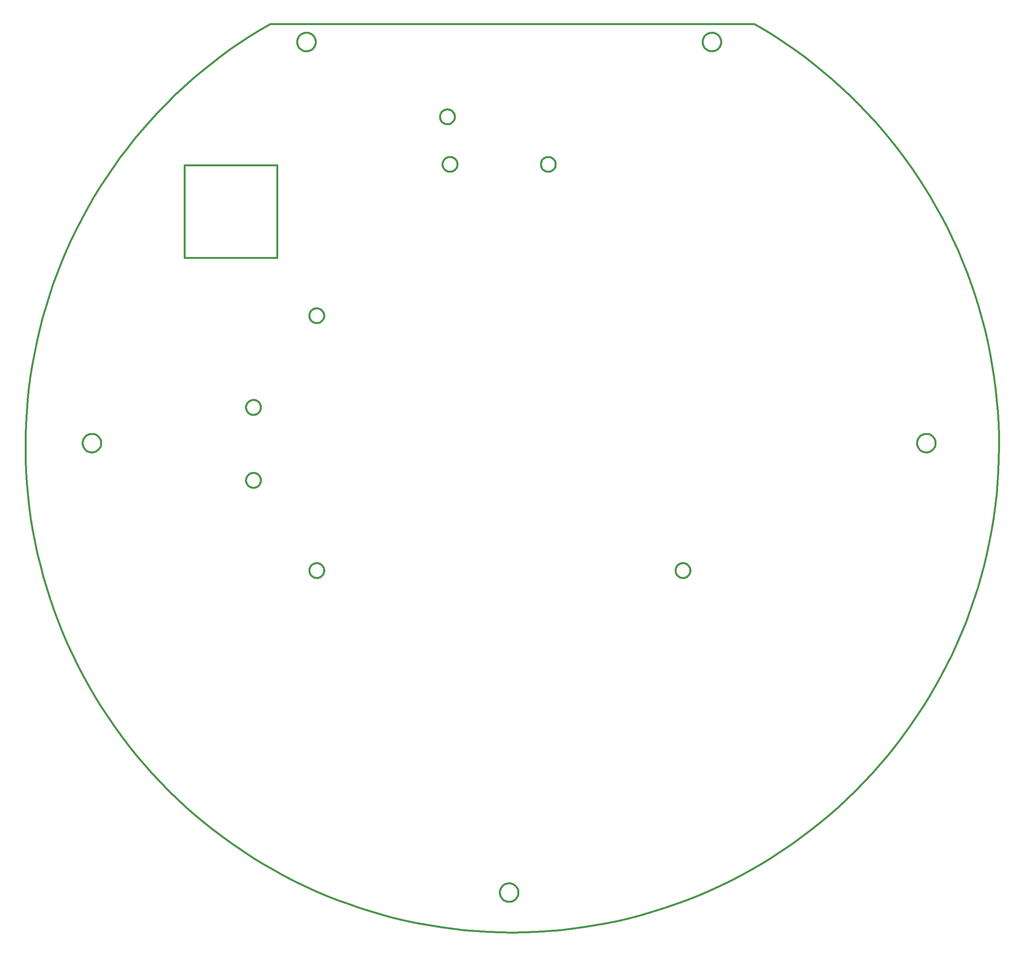
<source format=gtp>
G75*
%MOIN*%
%OFA0B0*%
%FSLAX24Y24*%
%IPPOS*%
%LPD*%
%AMOC8*
5,1,8,0,0,1.08239X$1,22.5*
%
%ADD10C,0.0160*%
D10*
X026639Y032780D02*
X026641Y032830D01*
X026647Y032880D01*
X026657Y032929D01*
X026671Y032977D01*
X026688Y033024D01*
X026709Y033069D01*
X026734Y033113D01*
X026762Y033154D01*
X026794Y033193D01*
X026828Y033230D01*
X026865Y033264D01*
X026905Y033294D01*
X026947Y033321D01*
X026991Y033345D01*
X027037Y033366D01*
X027084Y033382D01*
X027132Y033395D01*
X027182Y033404D01*
X027231Y033409D01*
X027282Y033410D01*
X027332Y033407D01*
X027381Y033400D01*
X027430Y033389D01*
X027478Y033374D01*
X027524Y033356D01*
X027569Y033334D01*
X027612Y033308D01*
X027653Y033279D01*
X027692Y033247D01*
X027728Y033212D01*
X027760Y033174D01*
X027790Y033134D01*
X027817Y033091D01*
X027840Y033047D01*
X027859Y033001D01*
X027875Y032953D01*
X027887Y032904D01*
X027895Y032855D01*
X027899Y032805D01*
X027899Y032755D01*
X027895Y032705D01*
X027887Y032656D01*
X027875Y032607D01*
X027859Y032559D01*
X027840Y032513D01*
X027817Y032469D01*
X027790Y032426D01*
X027760Y032386D01*
X027728Y032348D01*
X027692Y032313D01*
X027653Y032281D01*
X027612Y032252D01*
X027569Y032226D01*
X027524Y032204D01*
X027478Y032186D01*
X027430Y032171D01*
X027381Y032160D01*
X027332Y032153D01*
X027282Y032150D01*
X027231Y032151D01*
X027182Y032156D01*
X027132Y032165D01*
X027084Y032178D01*
X027037Y032194D01*
X026991Y032215D01*
X026947Y032239D01*
X026905Y032266D01*
X026865Y032296D01*
X026828Y032330D01*
X026794Y032367D01*
X026762Y032406D01*
X026734Y032447D01*
X026709Y032491D01*
X026688Y032536D01*
X026671Y032583D01*
X026657Y032631D01*
X026647Y032680D01*
X026641Y032730D01*
X026639Y032780D01*
X021261Y040446D02*
X021263Y040496D01*
X021269Y040546D01*
X021279Y040595D01*
X021293Y040643D01*
X021310Y040690D01*
X021331Y040735D01*
X021356Y040779D01*
X021384Y040820D01*
X021416Y040859D01*
X021450Y040896D01*
X021487Y040930D01*
X021527Y040960D01*
X021569Y040987D01*
X021613Y041011D01*
X021659Y041032D01*
X021706Y041048D01*
X021754Y041061D01*
X021804Y041070D01*
X021853Y041075D01*
X021904Y041076D01*
X021954Y041073D01*
X022003Y041066D01*
X022052Y041055D01*
X022100Y041040D01*
X022146Y041022D01*
X022191Y041000D01*
X022234Y040974D01*
X022275Y040945D01*
X022314Y040913D01*
X022350Y040878D01*
X022382Y040840D01*
X022412Y040800D01*
X022439Y040757D01*
X022462Y040713D01*
X022481Y040667D01*
X022497Y040619D01*
X022509Y040570D01*
X022517Y040521D01*
X022521Y040471D01*
X022521Y040421D01*
X022517Y040371D01*
X022509Y040322D01*
X022497Y040273D01*
X022481Y040225D01*
X022462Y040179D01*
X022439Y040135D01*
X022412Y040092D01*
X022382Y040052D01*
X022350Y040014D01*
X022314Y039979D01*
X022275Y039947D01*
X022234Y039918D01*
X022191Y039892D01*
X022146Y039870D01*
X022100Y039852D01*
X022052Y039837D01*
X022003Y039826D01*
X021954Y039819D01*
X021904Y039816D01*
X021853Y039817D01*
X021804Y039822D01*
X021754Y039831D01*
X021706Y039844D01*
X021659Y039860D01*
X021613Y039881D01*
X021569Y039905D01*
X021527Y039932D01*
X021487Y039962D01*
X021450Y039996D01*
X021416Y040033D01*
X021384Y040072D01*
X021356Y040113D01*
X021331Y040157D01*
X021310Y040202D01*
X021293Y040249D01*
X021279Y040297D01*
X021269Y040346D01*
X021263Y040396D01*
X021261Y040446D01*
X021261Y046643D02*
X021263Y046693D01*
X021269Y046743D01*
X021279Y046792D01*
X021293Y046840D01*
X021310Y046887D01*
X021331Y046932D01*
X021356Y046976D01*
X021384Y047017D01*
X021416Y047056D01*
X021450Y047093D01*
X021487Y047127D01*
X021527Y047157D01*
X021569Y047184D01*
X021613Y047208D01*
X021659Y047229D01*
X021706Y047245D01*
X021754Y047258D01*
X021804Y047267D01*
X021853Y047272D01*
X021904Y047273D01*
X021954Y047270D01*
X022003Y047263D01*
X022052Y047252D01*
X022100Y047237D01*
X022146Y047219D01*
X022191Y047197D01*
X022234Y047171D01*
X022275Y047142D01*
X022314Y047110D01*
X022350Y047075D01*
X022382Y047037D01*
X022412Y046997D01*
X022439Y046954D01*
X022462Y046910D01*
X022481Y046864D01*
X022497Y046816D01*
X022509Y046767D01*
X022517Y046718D01*
X022521Y046668D01*
X022521Y046618D01*
X022517Y046568D01*
X022509Y046519D01*
X022497Y046470D01*
X022481Y046422D01*
X022462Y046376D01*
X022439Y046332D01*
X022412Y046289D01*
X022382Y046249D01*
X022350Y046211D01*
X022314Y046176D01*
X022275Y046144D01*
X022234Y046115D01*
X022191Y046089D01*
X022146Y046067D01*
X022100Y046049D01*
X022052Y046034D01*
X022003Y046023D01*
X021954Y046016D01*
X021904Y046013D01*
X021853Y046014D01*
X021804Y046019D01*
X021754Y046028D01*
X021706Y046041D01*
X021659Y046057D01*
X021613Y046078D01*
X021569Y046102D01*
X021527Y046129D01*
X021487Y046159D01*
X021450Y046193D01*
X021416Y046230D01*
X021384Y046269D01*
X021356Y046310D01*
X021331Y046354D01*
X021310Y046399D01*
X021293Y046446D01*
X021279Y046494D01*
X021269Y046543D01*
X021263Y046593D01*
X021261Y046643D01*
X026639Y054434D02*
X026641Y054484D01*
X026647Y054534D01*
X026657Y054583D01*
X026671Y054631D01*
X026688Y054678D01*
X026709Y054723D01*
X026734Y054767D01*
X026762Y054808D01*
X026794Y054847D01*
X026828Y054884D01*
X026865Y054918D01*
X026905Y054948D01*
X026947Y054975D01*
X026991Y054999D01*
X027037Y055020D01*
X027084Y055036D01*
X027132Y055049D01*
X027182Y055058D01*
X027231Y055063D01*
X027282Y055064D01*
X027332Y055061D01*
X027381Y055054D01*
X027430Y055043D01*
X027478Y055028D01*
X027524Y055010D01*
X027569Y054988D01*
X027612Y054962D01*
X027653Y054933D01*
X027692Y054901D01*
X027728Y054866D01*
X027760Y054828D01*
X027790Y054788D01*
X027817Y054745D01*
X027840Y054701D01*
X027859Y054655D01*
X027875Y054607D01*
X027887Y054558D01*
X027895Y054509D01*
X027899Y054459D01*
X027899Y054409D01*
X027895Y054359D01*
X027887Y054310D01*
X027875Y054261D01*
X027859Y054213D01*
X027840Y054167D01*
X027817Y054123D01*
X027790Y054080D01*
X027760Y054040D01*
X027728Y054002D01*
X027692Y053967D01*
X027653Y053935D01*
X027612Y053906D01*
X027569Y053880D01*
X027524Y053858D01*
X027478Y053840D01*
X027430Y053825D01*
X027381Y053814D01*
X027332Y053807D01*
X027282Y053804D01*
X027231Y053805D01*
X027182Y053810D01*
X027132Y053819D01*
X027084Y053832D01*
X027037Y053848D01*
X026991Y053869D01*
X026947Y053893D01*
X026905Y053920D01*
X026865Y053950D01*
X026828Y053984D01*
X026794Y054021D01*
X026762Y054060D01*
X026734Y054101D01*
X026709Y054145D01*
X026688Y054190D01*
X026671Y054237D01*
X026657Y054285D01*
X026647Y054334D01*
X026641Y054384D01*
X026639Y054434D01*
X023922Y059355D02*
X016048Y059355D01*
X016048Y067229D01*
X023922Y067229D01*
X023922Y059355D01*
X037741Y071335D02*
X037743Y071385D01*
X037749Y071435D01*
X037759Y071484D01*
X037773Y071532D01*
X037790Y071579D01*
X037811Y071624D01*
X037836Y071668D01*
X037864Y071709D01*
X037896Y071748D01*
X037930Y071785D01*
X037967Y071819D01*
X038007Y071849D01*
X038049Y071876D01*
X038093Y071900D01*
X038139Y071921D01*
X038186Y071937D01*
X038234Y071950D01*
X038284Y071959D01*
X038333Y071964D01*
X038384Y071965D01*
X038434Y071962D01*
X038483Y071955D01*
X038532Y071944D01*
X038580Y071929D01*
X038626Y071911D01*
X038671Y071889D01*
X038714Y071863D01*
X038755Y071834D01*
X038794Y071802D01*
X038830Y071767D01*
X038862Y071729D01*
X038892Y071689D01*
X038919Y071646D01*
X038942Y071602D01*
X038961Y071556D01*
X038977Y071508D01*
X038989Y071459D01*
X038997Y071410D01*
X039001Y071360D01*
X039001Y071310D01*
X038997Y071260D01*
X038989Y071211D01*
X038977Y071162D01*
X038961Y071114D01*
X038942Y071068D01*
X038919Y071024D01*
X038892Y070981D01*
X038862Y070941D01*
X038830Y070903D01*
X038794Y070868D01*
X038755Y070836D01*
X038714Y070807D01*
X038671Y070781D01*
X038626Y070759D01*
X038580Y070741D01*
X038532Y070726D01*
X038483Y070715D01*
X038434Y070708D01*
X038384Y070705D01*
X038333Y070706D01*
X038284Y070711D01*
X038234Y070720D01*
X038186Y070733D01*
X038139Y070749D01*
X038093Y070770D01*
X038049Y070794D01*
X038007Y070821D01*
X037967Y070851D01*
X037930Y070885D01*
X037896Y070922D01*
X037864Y070961D01*
X037836Y071002D01*
X037811Y071046D01*
X037790Y071091D01*
X037773Y071138D01*
X037759Y071186D01*
X037749Y071235D01*
X037743Y071285D01*
X037741Y071335D01*
X037953Y067296D02*
X037955Y067346D01*
X037961Y067396D01*
X037971Y067445D01*
X037985Y067493D01*
X038002Y067540D01*
X038023Y067585D01*
X038048Y067629D01*
X038076Y067670D01*
X038108Y067709D01*
X038142Y067746D01*
X038179Y067780D01*
X038219Y067810D01*
X038261Y067837D01*
X038305Y067861D01*
X038351Y067882D01*
X038398Y067898D01*
X038446Y067911D01*
X038496Y067920D01*
X038545Y067925D01*
X038596Y067926D01*
X038646Y067923D01*
X038695Y067916D01*
X038744Y067905D01*
X038792Y067890D01*
X038838Y067872D01*
X038883Y067850D01*
X038926Y067824D01*
X038967Y067795D01*
X039006Y067763D01*
X039042Y067728D01*
X039074Y067690D01*
X039104Y067650D01*
X039131Y067607D01*
X039154Y067563D01*
X039173Y067517D01*
X039189Y067469D01*
X039201Y067420D01*
X039209Y067371D01*
X039213Y067321D01*
X039213Y067271D01*
X039209Y067221D01*
X039201Y067172D01*
X039189Y067123D01*
X039173Y067075D01*
X039154Y067029D01*
X039131Y066985D01*
X039104Y066942D01*
X039074Y066902D01*
X039042Y066864D01*
X039006Y066829D01*
X038967Y066797D01*
X038926Y066768D01*
X038883Y066742D01*
X038838Y066720D01*
X038792Y066702D01*
X038744Y066687D01*
X038695Y066676D01*
X038646Y066669D01*
X038596Y066666D01*
X038545Y066667D01*
X038496Y066672D01*
X038446Y066681D01*
X038398Y066694D01*
X038351Y066710D01*
X038305Y066731D01*
X038261Y066755D01*
X038219Y066782D01*
X038179Y066812D01*
X038142Y066846D01*
X038108Y066883D01*
X038076Y066922D01*
X038048Y066963D01*
X038023Y067007D01*
X038002Y067052D01*
X037985Y067099D01*
X037971Y067147D01*
X037961Y067196D01*
X037955Y067246D01*
X037953Y067296D01*
X046300Y067296D02*
X046302Y067346D01*
X046308Y067396D01*
X046318Y067445D01*
X046332Y067493D01*
X046349Y067540D01*
X046370Y067585D01*
X046395Y067629D01*
X046423Y067670D01*
X046455Y067709D01*
X046489Y067746D01*
X046526Y067780D01*
X046566Y067810D01*
X046608Y067837D01*
X046652Y067861D01*
X046698Y067882D01*
X046745Y067898D01*
X046793Y067911D01*
X046843Y067920D01*
X046892Y067925D01*
X046943Y067926D01*
X046993Y067923D01*
X047042Y067916D01*
X047091Y067905D01*
X047139Y067890D01*
X047185Y067872D01*
X047230Y067850D01*
X047273Y067824D01*
X047314Y067795D01*
X047353Y067763D01*
X047389Y067728D01*
X047421Y067690D01*
X047451Y067650D01*
X047478Y067607D01*
X047501Y067563D01*
X047520Y067517D01*
X047536Y067469D01*
X047548Y067420D01*
X047556Y067371D01*
X047560Y067321D01*
X047560Y067271D01*
X047556Y067221D01*
X047548Y067172D01*
X047536Y067123D01*
X047520Y067075D01*
X047501Y067029D01*
X047478Y066985D01*
X047451Y066942D01*
X047421Y066902D01*
X047389Y066864D01*
X047353Y066829D01*
X047314Y066797D01*
X047273Y066768D01*
X047230Y066742D01*
X047185Y066720D01*
X047139Y066702D01*
X047091Y066687D01*
X047042Y066676D01*
X046993Y066669D01*
X046943Y066666D01*
X046892Y066667D01*
X046843Y066672D01*
X046793Y066681D01*
X046745Y066694D01*
X046698Y066710D01*
X046652Y066731D01*
X046608Y066755D01*
X046566Y066782D01*
X046526Y066812D01*
X046489Y066846D01*
X046455Y066883D01*
X046423Y066922D01*
X046395Y066963D01*
X046370Y067007D01*
X046349Y067052D01*
X046332Y067099D01*
X046318Y067147D01*
X046308Y067196D01*
X046302Y067246D01*
X046300Y067296D01*
X060037Y077694D02*
X060039Y077750D01*
X060045Y077805D01*
X060055Y077859D01*
X060068Y077913D01*
X060086Y077966D01*
X060107Y078017D01*
X060131Y078067D01*
X060159Y078115D01*
X060191Y078161D01*
X060225Y078205D01*
X060263Y078246D01*
X060303Y078284D01*
X060346Y078319D01*
X060391Y078351D01*
X060439Y078380D01*
X060488Y078406D01*
X060539Y078428D01*
X060591Y078446D01*
X060645Y078460D01*
X060700Y078471D01*
X060755Y078478D01*
X060810Y078481D01*
X060866Y078480D01*
X060921Y078475D01*
X060976Y078466D01*
X061030Y078454D01*
X061083Y078437D01*
X061135Y078417D01*
X061185Y078393D01*
X061233Y078366D01*
X061280Y078336D01*
X061324Y078302D01*
X061366Y078265D01*
X061404Y078225D01*
X061441Y078183D01*
X061474Y078138D01*
X061503Y078092D01*
X061530Y078043D01*
X061552Y077992D01*
X061572Y077940D01*
X061587Y077886D01*
X061599Y077832D01*
X061607Y077777D01*
X061611Y077722D01*
X061611Y077666D01*
X061607Y077611D01*
X061599Y077556D01*
X061587Y077502D01*
X061572Y077448D01*
X061552Y077396D01*
X061530Y077345D01*
X061503Y077296D01*
X061474Y077250D01*
X061441Y077205D01*
X061404Y077163D01*
X061366Y077123D01*
X061324Y077086D01*
X061280Y077052D01*
X061233Y077022D01*
X061185Y076995D01*
X061135Y076971D01*
X061083Y076951D01*
X061030Y076934D01*
X060976Y076922D01*
X060921Y076913D01*
X060866Y076908D01*
X060810Y076907D01*
X060755Y076910D01*
X060700Y076917D01*
X060645Y076928D01*
X060591Y076942D01*
X060539Y076960D01*
X060488Y076982D01*
X060439Y077008D01*
X060391Y077037D01*
X060346Y077069D01*
X060303Y077104D01*
X060263Y077142D01*
X060225Y077183D01*
X060191Y077227D01*
X060159Y077273D01*
X060131Y077321D01*
X060107Y077371D01*
X060086Y077422D01*
X060068Y077475D01*
X060055Y077529D01*
X060045Y077583D01*
X060039Y077638D01*
X060037Y077694D01*
X064438Y079225D02*
X023304Y079225D01*
X025604Y077694D02*
X025606Y077750D01*
X025612Y077805D01*
X025622Y077859D01*
X025635Y077913D01*
X025653Y077966D01*
X025674Y078017D01*
X025698Y078067D01*
X025726Y078115D01*
X025758Y078161D01*
X025792Y078205D01*
X025830Y078246D01*
X025870Y078284D01*
X025913Y078319D01*
X025958Y078351D01*
X026006Y078380D01*
X026055Y078406D01*
X026106Y078428D01*
X026158Y078446D01*
X026212Y078460D01*
X026267Y078471D01*
X026322Y078478D01*
X026377Y078481D01*
X026433Y078480D01*
X026488Y078475D01*
X026543Y078466D01*
X026597Y078454D01*
X026650Y078437D01*
X026702Y078417D01*
X026752Y078393D01*
X026800Y078366D01*
X026847Y078336D01*
X026891Y078302D01*
X026933Y078265D01*
X026971Y078225D01*
X027008Y078183D01*
X027041Y078138D01*
X027070Y078092D01*
X027097Y078043D01*
X027119Y077992D01*
X027139Y077940D01*
X027154Y077886D01*
X027166Y077832D01*
X027174Y077777D01*
X027178Y077722D01*
X027178Y077666D01*
X027174Y077611D01*
X027166Y077556D01*
X027154Y077502D01*
X027139Y077448D01*
X027119Y077396D01*
X027097Y077345D01*
X027070Y077296D01*
X027041Y077250D01*
X027008Y077205D01*
X026971Y077163D01*
X026933Y077123D01*
X026891Y077086D01*
X026847Y077052D01*
X026800Y077022D01*
X026752Y076995D01*
X026702Y076971D01*
X026650Y076951D01*
X026597Y076934D01*
X026543Y076922D01*
X026488Y076913D01*
X026433Y076908D01*
X026377Y076907D01*
X026322Y076910D01*
X026267Y076917D01*
X026212Y076928D01*
X026158Y076942D01*
X026106Y076960D01*
X026055Y076982D01*
X026006Y077008D01*
X025958Y077037D01*
X025913Y077069D01*
X025870Y077104D01*
X025830Y077142D01*
X025792Y077183D01*
X025758Y077227D01*
X025726Y077273D01*
X025698Y077321D01*
X025674Y077371D01*
X025653Y077422D01*
X025635Y077475D01*
X025622Y077529D01*
X025612Y077583D01*
X025606Y077638D01*
X025604Y077694D01*
X007387Y043607D02*
X007389Y043663D01*
X007395Y043718D01*
X007405Y043772D01*
X007418Y043826D01*
X007436Y043879D01*
X007457Y043930D01*
X007481Y043980D01*
X007509Y044028D01*
X007541Y044074D01*
X007575Y044118D01*
X007613Y044159D01*
X007653Y044197D01*
X007696Y044232D01*
X007741Y044264D01*
X007789Y044293D01*
X007838Y044319D01*
X007889Y044341D01*
X007941Y044359D01*
X007995Y044373D01*
X008050Y044384D01*
X008105Y044391D01*
X008160Y044394D01*
X008216Y044393D01*
X008271Y044388D01*
X008326Y044379D01*
X008380Y044367D01*
X008433Y044350D01*
X008485Y044330D01*
X008535Y044306D01*
X008583Y044279D01*
X008630Y044249D01*
X008674Y044215D01*
X008716Y044178D01*
X008754Y044138D01*
X008791Y044096D01*
X008824Y044051D01*
X008853Y044005D01*
X008880Y043956D01*
X008902Y043905D01*
X008922Y043853D01*
X008937Y043799D01*
X008949Y043745D01*
X008957Y043690D01*
X008961Y043635D01*
X008961Y043579D01*
X008957Y043524D01*
X008949Y043469D01*
X008937Y043415D01*
X008922Y043361D01*
X008902Y043309D01*
X008880Y043258D01*
X008853Y043209D01*
X008824Y043163D01*
X008791Y043118D01*
X008754Y043076D01*
X008716Y043036D01*
X008674Y042999D01*
X008630Y042965D01*
X008583Y042935D01*
X008535Y042908D01*
X008485Y042884D01*
X008433Y042864D01*
X008380Y042847D01*
X008326Y042835D01*
X008271Y042826D01*
X008216Y042821D01*
X008160Y042820D01*
X008105Y042823D01*
X008050Y042830D01*
X007995Y042841D01*
X007941Y042855D01*
X007889Y042873D01*
X007838Y042895D01*
X007789Y042921D01*
X007741Y042950D01*
X007696Y042982D01*
X007653Y043017D01*
X007613Y043055D01*
X007575Y043096D01*
X007541Y043140D01*
X007509Y043186D01*
X007481Y043234D01*
X007457Y043284D01*
X007436Y043335D01*
X007418Y043388D01*
X007405Y043442D01*
X007395Y043496D01*
X007389Y043551D01*
X007387Y043607D01*
X023304Y079226D02*
X022432Y078711D01*
X021573Y078175D01*
X020727Y077619D01*
X019895Y077042D01*
X019077Y076444D01*
X018274Y075827D01*
X017487Y075191D01*
X016716Y074535D01*
X015960Y073860D01*
X015222Y073168D01*
X014501Y072457D01*
X013797Y071729D01*
X013111Y070984D01*
X012444Y070222D01*
X011796Y069445D01*
X011167Y068651D01*
X010557Y067843D01*
X009968Y067019D01*
X009399Y066182D01*
X008850Y065331D01*
X008323Y064467D01*
X007817Y063590D01*
X007332Y062701D01*
X006870Y061800D01*
X006429Y060888D01*
X006011Y059966D01*
X005616Y059034D01*
X005244Y058092D01*
X004895Y057142D01*
X004569Y056183D01*
X004267Y055216D01*
X003989Y054243D01*
X003734Y053263D01*
X003504Y052277D01*
X003298Y051286D01*
X003116Y050289D01*
X002959Y049289D01*
X002826Y048285D01*
X002718Y047279D01*
X002634Y046270D01*
X002575Y045259D01*
X002541Y044247D01*
X002532Y043234D01*
X002548Y042222D01*
X002588Y041210D01*
X002653Y040200D01*
X002743Y039191D01*
X002858Y038185D01*
X002997Y037182D01*
X003161Y036183D01*
X003349Y035188D01*
X003561Y034198D01*
X003798Y033214D01*
X004059Y032235D01*
X004343Y031264D01*
X004651Y030299D01*
X004983Y029343D01*
X005338Y028394D01*
X005717Y027455D01*
X006118Y026525D01*
X006542Y025606D01*
X006988Y024697D01*
X007456Y023799D01*
X007946Y022913D01*
X008458Y022039D01*
X008991Y021179D01*
X009545Y020331D01*
X010119Y019497D01*
X010714Y018678D01*
X011328Y017873D01*
X011963Y017084D01*
X012616Y016310D01*
X013288Y015553D01*
X013978Y014812D01*
X014686Y014088D01*
X015412Y013382D01*
X016155Y012694D01*
X016915Y012025D01*
X017690Y011374D01*
X018482Y010742D01*
X019288Y010130D01*
X020110Y009538D01*
X020945Y008966D01*
X021795Y008415D01*
X022657Y007885D01*
X023533Y007376D01*
X024420Y006889D01*
X025319Y006423D01*
X026230Y005980D01*
X027151Y005559D01*
X028082Y005161D01*
X029022Y004786D01*
X029971Y004434D01*
X030929Y004105D01*
X031895Y003800D01*
X032867Y003518D01*
X033846Y003261D01*
X034832Y003027D01*
X035822Y002818D01*
X036818Y002633D01*
X037818Y002473D01*
X038821Y002337D01*
X039827Y002225D01*
X040836Y002139D01*
X041847Y002077D01*
X042859Y002039D01*
X043871Y002027D01*
X044883Y002039D01*
X045895Y002077D01*
X046906Y002139D01*
X047915Y002225D01*
X048921Y002337D01*
X049924Y002473D01*
X050924Y002633D01*
X051920Y002818D01*
X052910Y003027D01*
X053896Y003261D01*
X054875Y003518D01*
X055847Y003800D01*
X056813Y004105D01*
X057771Y004434D01*
X058720Y004786D01*
X059660Y005161D01*
X060591Y005559D01*
X061512Y005980D01*
X062423Y006423D01*
X063322Y006889D01*
X064209Y007376D01*
X065085Y007885D01*
X065947Y008415D01*
X066797Y008966D01*
X067632Y009538D01*
X068454Y010130D01*
X069260Y010742D01*
X070052Y011374D01*
X070827Y012025D01*
X071587Y012694D01*
X072330Y013382D01*
X073056Y014088D01*
X073764Y014812D01*
X074454Y015553D01*
X075126Y016310D01*
X075779Y017084D01*
X076414Y017873D01*
X077028Y018678D01*
X077623Y019497D01*
X078197Y020331D01*
X078751Y021179D01*
X079284Y022039D01*
X079796Y022913D01*
X080286Y023799D01*
X080754Y024697D01*
X081200Y025606D01*
X081624Y026525D01*
X082025Y027455D01*
X082404Y028394D01*
X082759Y029343D01*
X083091Y030299D01*
X083399Y031264D01*
X083683Y032235D01*
X083944Y033214D01*
X084181Y034198D01*
X084393Y035188D01*
X084581Y036183D01*
X084745Y037182D01*
X084884Y038185D01*
X084999Y039191D01*
X085089Y040200D01*
X085154Y041210D01*
X085194Y042222D01*
X085210Y043234D01*
X085201Y044247D01*
X085167Y045259D01*
X085108Y046270D01*
X085024Y047279D01*
X084916Y048285D01*
X084783Y049289D01*
X084626Y050289D01*
X084444Y051286D01*
X084238Y052277D01*
X084008Y053263D01*
X083753Y054243D01*
X083475Y055216D01*
X083173Y056183D01*
X082847Y057142D01*
X082498Y058092D01*
X082126Y059034D01*
X081731Y059966D01*
X081313Y060888D01*
X080872Y061800D01*
X080410Y062701D01*
X079925Y063590D01*
X079419Y064467D01*
X078892Y065331D01*
X078343Y066182D01*
X077774Y067019D01*
X077185Y067843D01*
X076575Y068651D01*
X075946Y069445D01*
X075298Y070222D01*
X074631Y070984D01*
X073945Y071729D01*
X073241Y072457D01*
X072520Y073168D01*
X071782Y073860D01*
X071026Y074535D01*
X070255Y075191D01*
X069468Y075827D01*
X068665Y076444D01*
X067847Y077042D01*
X067015Y077619D01*
X066169Y078175D01*
X065310Y078711D01*
X064438Y079226D01*
X078253Y043607D02*
X078255Y043663D01*
X078261Y043718D01*
X078271Y043772D01*
X078284Y043826D01*
X078302Y043879D01*
X078323Y043930D01*
X078347Y043980D01*
X078375Y044028D01*
X078407Y044074D01*
X078441Y044118D01*
X078479Y044159D01*
X078519Y044197D01*
X078562Y044232D01*
X078607Y044264D01*
X078655Y044293D01*
X078704Y044319D01*
X078755Y044341D01*
X078807Y044359D01*
X078861Y044373D01*
X078916Y044384D01*
X078971Y044391D01*
X079026Y044394D01*
X079082Y044393D01*
X079137Y044388D01*
X079192Y044379D01*
X079246Y044367D01*
X079299Y044350D01*
X079351Y044330D01*
X079401Y044306D01*
X079449Y044279D01*
X079496Y044249D01*
X079540Y044215D01*
X079582Y044178D01*
X079620Y044138D01*
X079657Y044096D01*
X079690Y044051D01*
X079719Y044005D01*
X079746Y043956D01*
X079768Y043905D01*
X079788Y043853D01*
X079803Y043799D01*
X079815Y043745D01*
X079823Y043690D01*
X079827Y043635D01*
X079827Y043579D01*
X079823Y043524D01*
X079815Y043469D01*
X079803Y043415D01*
X079788Y043361D01*
X079768Y043309D01*
X079746Y043258D01*
X079719Y043209D01*
X079690Y043163D01*
X079657Y043118D01*
X079620Y043076D01*
X079582Y043036D01*
X079540Y042999D01*
X079496Y042965D01*
X079449Y042935D01*
X079401Y042908D01*
X079351Y042884D01*
X079299Y042864D01*
X079246Y042847D01*
X079192Y042835D01*
X079137Y042826D01*
X079082Y042821D01*
X079026Y042820D01*
X078971Y042823D01*
X078916Y042830D01*
X078861Y042841D01*
X078807Y042855D01*
X078755Y042873D01*
X078704Y042895D01*
X078655Y042921D01*
X078607Y042950D01*
X078562Y042982D01*
X078519Y043017D01*
X078479Y043055D01*
X078441Y043096D01*
X078407Y043140D01*
X078375Y043186D01*
X078347Y043234D01*
X078323Y043284D01*
X078302Y043335D01*
X078284Y043388D01*
X078271Y043442D01*
X078261Y043496D01*
X078255Y043551D01*
X078253Y043607D01*
X057741Y032780D02*
X057743Y032830D01*
X057749Y032880D01*
X057759Y032929D01*
X057773Y032977D01*
X057790Y033024D01*
X057811Y033069D01*
X057836Y033113D01*
X057864Y033154D01*
X057896Y033193D01*
X057930Y033230D01*
X057967Y033264D01*
X058007Y033294D01*
X058049Y033321D01*
X058093Y033345D01*
X058139Y033366D01*
X058186Y033382D01*
X058234Y033395D01*
X058284Y033404D01*
X058333Y033409D01*
X058384Y033410D01*
X058434Y033407D01*
X058483Y033400D01*
X058532Y033389D01*
X058580Y033374D01*
X058626Y033356D01*
X058671Y033334D01*
X058714Y033308D01*
X058755Y033279D01*
X058794Y033247D01*
X058830Y033212D01*
X058862Y033174D01*
X058892Y033134D01*
X058919Y033091D01*
X058942Y033047D01*
X058961Y033001D01*
X058977Y032953D01*
X058989Y032904D01*
X058997Y032855D01*
X059001Y032805D01*
X059001Y032755D01*
X058997Y032705D01*
X058989Y032656D01*
X058977Y032607D01*
X058961Y032559D01*
X058942Y032513D01*
X058919Y032469D01*
X058892Y032426D01*
X058862Y032386D01*
X058830Y032348D01*
X058794Y032313D01*
X058755Y032281D01*
X058714Y032252D01*
X058671Y032226D01*
X058626Y032204D01*
X058580Y032186D01*
X058532Y032171D01*
X058483Y032160D01*
X058434Y032153D01*
X058384Y032150D01*
X058333Y032151D01*
X058284Y032156D01*
X058234Y032165D01*
X058186Y032178D01*
X058139Y032194D01*
X058093Y032215D01*
X058049Y032239D01*
X058007Y032266D01*
X057967Y032296D01*
X057930Y032330D01*
X057896Y032367D01*
X057864Y032406D01*
X057836Y032447D01*
X057811Y032491D01*
X057790Y032536D01*
X057773Y032583D01*
X057759Y032631D01*
X057749Y032680D01*
X057743Y032730D01*
X057741Y032780D01*
X042820Y005418D02*
X042822Y005474D01*
X042828Y005529D01*
X042838Y005583D01*
X042851Y005637D01*
X042869Y005690D01*
X042890Y005741D01*
X042914Y005791D01*
X042942Y005839D01*
X042974Y005885D01*
X043008Y005929D01*
X043046Y005970D01*
X043086Y006008D01*
X043129Y006043D01*
X043174Y006075D01*
X043222Y006104D01*
X043271Y006130D01*
X043322Y006152D01*
X043374Y006170D01*
X043428Y006184D01*
X043483Y006195D01*
X043538Y006202D01*
X043593Y006205D01*
X043649Y006204D01*
X043704Y006199D01*
X043759Y006190D01*
X043813Y006178D01*
X043866Y006161D01*
X043918Y006141D01*
X043968Y006117D01*
X044016Y006090D01*
X044063Y006060D01*
X044107Y006026D01*
X044149Y005989D01*
X044187Y005949D01*
X044224Y005907D01*
X044257Y005862D01*
X044286Y005816D01*
X044313Y005767D01*
X044335Y005716D01*
X044355Y005664D01*
X044370Y005610D01*
X044382Y005556D01*
X044390Y005501D01*
X044394Y005446D01*
X044394Y005390D01*
X044390Y005335D01*
X044382Y005280D01*
X044370Y005226D01*
X044355Y005172D01*
X044335Y005120D01*
X044313Y005069D01*
X044286Y005020D01*
X044257Y004974D01*
X044224Y004929D01*
X044187Y004887D01*
X044149Y004847D01*
X044107Y004810D01*
X044063Y004776D01*
X044016Y004746D01*
X043968Y004719D01*
X043918Y004695D01*
X043866Y004675D01*
X043813Y004658D01*
X043759Y004646D01*
X043704Y004637D01*
X043649Y004632D01*
X043593Y004631D01*
X043538Y004634D01*
X043483Y004641D01*
X043428Y004652D01*
X043374Y004666D01*
X043322Y004684D01*
X043271Y004706D01*
X043222Y004732D01*
X043174Y004761D01*
X043129Y004793D01*
X043086Y004828D01*
X043046Y004866D01*
X043008Y004907D01*
X042974Y004951D01*
X042942Y004997D01*
X042914Y005045D01*
X042890Y005095D01*
X042869Y005146D01*
X042851Y005199D01*
X042838Y005253D01*
X042828Y005307D01*
X042822Y005362D01*
X042820Y005418D01*
M02*

</source>
